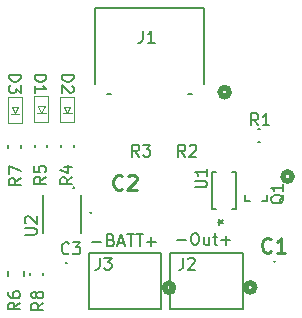
<source format=gbr>
%TF.GenerationSoftware,KiCad,Pcbnew,7.0.10-1.fc38*%
%TF.CreationDate,2024-02-18T19:40:33+00:00*%
%TF.ProjectId,usbc_power_supply_2,75736263-5f70-46f7-9765-725f73757070,rev?*%
%TF.SameCoordinates,Original*%
%TF.FileFunction,Legend,Top*%
%TF.FilePolarity,Positive*%
%FSLAX46Y46*%
G04 Gerber Fmt 4.6, Leading zero omitted, Abs format (unit mm)*
G04 Created by KiCad (PCBNEW 7.0.10-1.fc38) date 2024-02-18 19:40:33*
%MOMM*%
%LPD*%
G01*
G04 APERTURE LIST*
%ADD10C,0.150000*%
%ADD11C,0.200000*%
%ADD12C,0.254000*%
%ADD13C,0.508000*%
%ADD14C,0.152400*%
%ADD15C,0.100000*%
%ADD16C,0.050000*%
G04 APERTURE END LIST*
D10*
X114906779Y-118858866D02*
X115668684Y-118858866D01*
X116335350Y-118239819D02*
X116525826Y-118239819D01*
X116525826Y-118239819D02*
X116621064Y-118287438D01*
X116621064Y-118287438D02*
X116716302Y-118382676D01*
X116716302Y-118382676D02*
X116763921Y-118573152D01*
X116763921Y-118573152D02*
X116763921Y-118906485D01*
X116763921Y-118906485D02*
X116716302Y-119096961D01*
X116716302Y-119096961D02*
X116621064Y-119192200D01*
X116621064Y-119192200D02*
X116525826Y-119239819D01*
X116525826Y-119239819D02*
X116335350Y-119239819D01*
X116335350Y-119239819D02*
X116240112Y-119192200D01*
X116240112Y-119192200D02*
X116144874Y-119096961D01*
X116144874Y-119096961D02*
X116097255Y-118906485D01*
X116097255Y-118906485D02*
X116097255Y-118573152D01*
X116097255Y-118573152D02*
X116144874Y-118382676D01*
X116144874Y-118382676D02*
X116240112Y-118287438D01*
X116240112Y-118287438D02*
X116335350Y-118239819D01*
X117621064Y-118573152D02*
X117621064Y-119239819D01*
X117192493Y-118573152D02*
X117192493Y-119096961D01*
X117192493Y-119096961D02*
X117240112Y-119192200D01*
X117240112Y-119192200D02*
X117335350Y-119239819D01*
X117335350Y-119239819D02*
X117478207Y-119239819D01*
X117478207Y-119239819D02*
X117573445Y-119192200D01*
X117573445Y-119192200D02*
X117621064Y-119144580D01*
X117954398Y-118573152D02*
X118335350Y-118573152D01*
X118097255Y-118239819D02*
X118097255Y-119096961D01*
X118097255Y-119096961D02*
X118144874Y-119192200D01*
X118144874Y-119192200D02*
X118240112Y-119239819D01*
X118240112Y-119239819D02*
X118335350Y-119239819D01*
X118668684Y-118858866D02*
X119430589Y-118858866D01*
X119049636Y-119239819D02*
X119049636Y-118477914D01*
X107746779Y-118968866D02*
X108508684Y-118968866D01*
X109318207Y-118826009D02*
X109461064Y-118873628D01*
X109461064Y-118873628D02*
X109508683Y-118921247D01*
X109508683Y-118921247D02*
X109556302Y-119016485D01*
X109556302Y-119016485D02*
X109556302Y-119159342D01*
X109556302Y-119159342D02*
X109508683Y-119254580D01*
X109508683Y-119254580D02*
X109461064Y-119302200D01*
X109461064Y-119302200D02*
X109365826Y-119349819D01*
X109365826Y-119349819D02*
X108984874Y-119349819D01*
X108984874Y-119349819D02*
X108984874Y-118349819D01*
X108984874Y-118349819D02*
X109318207Y-118349819D01*
X109318207Y-118349819D02*
X109413445Y-118397438D01*
X109413445Y-118397438D02*
X109461064Y-118445057D01*
X109461064Y-118445057D02*
X109508683Y-118540295D01*
X109508683Y-118540295D02*
X109508683Y-118635533D01*
X109508683Y-118635533D02*
X109461064Y-118730771D01*
X109461064Y-118730771D02*
X109413445Y-118778390D01*
X109413445Y-118778390D02*
X109318207Y-118826009D01*
X109318207Y-118826009D02*
X108984874Y-118826009D01*
X109937255Y-119064104D02*
X110413445Y-119064104D01*
X109842017Y-119349819D02*
X110175350Y-118349819D01*
X110175350Y-118349819D02*
X110508683Y-119349819D01*
X110699160Y-118349819D02*
X111270588Y-118349819D01*
X110984874Y-119349819D02*
X110984874Y-118349819D01*
X111461065Y-118349819D02*
X112032493Y-118349819D01*
X111746779Y-119349819D02*
X111746779Y-118349819D01*
X112365827Y-118968866D02*
X113127732Y-118968866D01*
X112746779Y-119349819D02*
X112746779Y-118587914D01*
D11*
X105763333Y-119936980D02*
X105715714Y-119984600D01*
X105715714Y-119984600D02*
X105572857Y-120032219D01*
X105572857Y-120032219D02*
X105477619Y-120032219D01*
X105477619Y-120032219D02*
X105334762Y-119984600D01*
X105334762Y-119984600D02*
X105239524Y-119889361D01*
X105239524Y-119889361D02*
X105191905Y-119794123D01*
X105191905Y-119794123D02*
X105144286Y-119603647D01*
X105144286Y-119603647D02*
X105144286Y-119460790D01*
X105144286Y-119460790D02*
X105191905Y-119270314D01*
X105191905Y-119270314D02*
X105239524Y-119175076D01*
X105239524Y-119175076D02*
X105334762Y-119079838D01*
X105334762Y-119079838D02*
X105477619Y-119032219D01*
X105477619Y-119032219D02*
X105572857Y-119032219D01*
X105572857Y-119032219D02*
X105715714Y-119079838D01*
X105715714Y-119079838D02*
X105763333Y-119127457D01*
X106096667Y-119032219D02*
X106715714Y-119032219D01*
X106715714Y-119032219D02*
X106382381Y-119413171D01*
X106382381Y-119413171D02*
X106525238Y-119413171D01*
X106525238Y-119413171D02*
X106620476Y-119460790D01*
X106620476Y-119460790D02*
X106668095Y-119508409D01*
X106668095Y-119508409D02*
X106715714Y-119603647D01*
X106715714Y-119603647D02*
X106715714Y-119841742D01*
X106715714Y-119841742D02*
X106668095Y-119936980D01*
X106668095Y-119936980D02*
X106620476Y-119984600D01*
X106620476Y-119984600D02*
X106525238Y-120032219D01*
X106525238Y-120032219D02*
X106239524Y-120032219D01*
X106239524Y-120032219D02*
X106144286Y-119984600D01*
X106144286Y-119984600D02*
X106096667Y-119936980D01*
D10*
X115426666Y-120334819D02*
X115426666Y-121049104D01*
X115426666Y-121049104D02*
X115379047Y-121191961D01*
X115379047Y-121191961D02*
X115283809Y-121287200D01*
X115283809Y-121287200D02*
X115140952Y-121334819D01*
X115140952Y-121334819D02*
X115045714Y-121334819D01*
X115855238Y-120430057D02*
X115902857Y-120382438D01*
X115902857Y-120382438D02*
X115998095Y-120334819D01*
X115998095Y-120334819D02*
X116236190Y-120334819D01*
X116236190Y-120334819D02*
X116331428Y-120382438D01*
X116331428Y-120382438D02*
X116379047Y-120430057D01*
X116379047Y-120430057D02*
X116426666Y-120525295D01*
X116426666Y-120525295D02*
X116426666Y-120620533D01*
X116426666Y-120620533D02*
X116379047Y-120763390D01*
X116379047Y-120763390D02*
X115807619Y-121334819D01*
X115807619Y-121334819D02*
X116426666Y-121334819D01*
X102024819Y-118401904D02*
X102834342Y-118401904D01*
X102834342Y-118401904D02*
X102929580Y-118354285D01*
X102929580Y-118354285D02*
X102977200Y-118306666D01*
X102977200Y-118306666D02*
X103024819Y-118211428D01*
X103024819Y-118211428D02*
X103024819Y-118020952D01*
X103024819Y-118020952D02*
X102977200Y-117925714D01*
X102977200Y-117925714D02*
X102929580Y-117878095D01*
X102929580Y-117878095D02*
X102834342Y-117830476D01*
X102834342Y-117830476D02*
X102024819Y-117830476D01*
X102120057Y-117401904D02*
X102072438Y-117354285D01*
X102072438Y-117354285D02*
X102024819Y-117259047D01*
X102024819Y-117259047D02*
X102024819Y-117020952D01*
X102024819Y-117020952D02*
X102072438Y-116925714D01*
X102072438Y-116925714D02*
X102120057Y-116878095D01*
X102120057Y-116878095D02*
X102215295Y-116830476D01*
X102215295Y-116830476D02*
X102310533Y-116830476D01*
X102310533Y-116830476D02*
X102453390Y-116878095D01*
X102453390Y-116878095D02*
X103024819Y-117449523D01*
X103024819Y-117449523D02*
X103024819Y-116830476D01*
X116424819Y-114381904D02*
X117234342Y-114381904D01*
X117234342Y-114381904D02*
X117329580Y-114334285D01*
X117329580Y-114334285D02*
X117377200Y-114286666D01*
X117377200Y-114286666D02*
X117424819Y-114191428D01*
X117424819Y-114191428D02*
X117424819Y-114000952D01*
X117424819Y-114000952D02*
X117377200Y-113905714D01*
X117377200Y-113905714D02*
X117329580Y-113858095D01*
X117329580Y-113858095D02*
X117234342Y-113810476D01*
X117234342Y-113810476D02*
X116424819Y-113810476D01*
X117424819Y-112810476D02*
X117424819Y-113381904D01*
X117424819Y-113096190D02*
X116424819Y-113096190D01*
X116424819Y-113096190D02*
X116567676Y-113191428D01*
X116567676Y-113191428D02*
X116662914Y-113286666D01*
X116662914Y-113286666D02*
X116710533Y-113381904D01*
X118344819Y-117286999D02*
X118582914Y-117286999D01*
X118487676Y-117525094D02*
X118582914Y-117286999D01*
X118582914Y-117286999D02*
X118487676Y-117048904D01*
X118773390Y-117429856D02*
X118582914Y-117286999D01*
X118582914Y-117286999D02*
X118773390Y-117144142D01*
X118344819Y-117286999D02*
X118582914Y-117286999D01*
X118487676Y-117525094D02*
X118582914Y-117286999D01*
X118582914Y-117286999D02*
X118487676Y-117048904D01*
X118773390Y-117429856D02*
X118582914Y-117286999D01*
X118582914Y-117286999D02*
X118773390Y-117144142D01*
X103584819Y-124144465D02*
X103108628Y-124477798D01*
X103584819Y-124715893D02*
X102584819Y-124715893D01*
X102584819Y-124715893D02*
X102584819Y-124334941D01*
X102584819Y-124334941D02*
X102632438Y-124239703D01*
X102632438Y-124239703D02*
X102680057Y-124192084D01*
X102680057Y-124192084D02*
X102775295Y-124144465D01*
X102775295Y-124144465D02*
X102918152Y-124144465D01*
X102918152Y-124144465D02*
X103013390Y-124192084D01*
X103013390Y-124192084D02*
X103061009Y-124239703D01*
X103061009Y-124239703D02*
X103108628Y-124334941D01*
X103108628Y-124334941D02*
X103108628Y-124715893D01*
X103013390Y-123573036D02*
X102965771Y-123668274D01*
X102965771Y-123668274D02*
X102918152Y-123715893D01*
X102918152Y-123715893D02*
X102822914Y-123763512D01*
X102822914Y-123763512D02*
X102775295Y-123763512D01*
X102775295Y-123763512D02*
X102680057Y-123715893D01*
X102680057Y-123715893D02*
X102632438Y-123668274D01*
X102632438Y-123668274D02*
X102584819Y-123573036D01*
X102584819Y-123573036D02*
X102584819Y-123382560D01*
X102584819Y-123382560D02*
X102632438Y-123287322D01*
X102632438Y-123287322D02*
X102680057Y-123239703D01*
X102680057Y-123239703D02*
X102775295Y-123192084D01*
X102775295Y-123192084D02*
X102822914Y-123192084D01*
X102822914Y-123192084D02*
X102918152Y-123239703D01*
X102918152Y-123239703D02*
X102965771Y-123287322D01*
X102965771Y-123287322D02*
X103013390Y-123382560D01*
X103013390Y-123382560D02*
X103013390Y-123573036D01*
X103013390Y-123573036D02*
X103061009Y-123668274D01*
X103061009Y-123668274D02*
X103108628Y-123715893D01*
X103108628Y-123715893D02*
X103203866Y-123763512D01*
X103203866Y-123763512D02*
X103394342Y-123763512D01*
X103394342Y-123763512D02*
X103489580Y-123715893D01*
X103489580Y-123715893D02*
X103537200Y-123668274D01*
X103537200Y-123668274D02*
X103584819Y-123573036D01*
X103584819Y-123573036D02*
X103584819Y-123382560D01*
X103584819Y-123382560D02*
X103537200Y-123287322D01*
X103537200Y-123287322D02*
X103489580Y-123239703D01*
X103489580Y-123239703D02*
X103394342Y-123192084D01*
X103394342Y-123192084D02*
X103203866Y-123192084D01*
X103203866Y-123192084D02*
X103108628Y-123239703D01*
X103108628Y-123239703D02*
X103061009Y-123287322D01*
X103061009Y-123287322D02*
X103013390Y-123382560D01*
X101664819Y-113576666D02*
X101188628Y-113909999D01*
X101664819Y-114148094D02*
X100664819Y-114148094D01*
X100664819Y-114148094D02*
X100664819Y-113767142D01*
X100664819Y-113767142D02*
X100712438Y-113671904D01*
X100712438Y-113671904D02*
X100760057Y-113624285D01*
X100760057Y-113624285D02*
X100855295Y-113576666D01*
X100855295Y-113576666D02*
X100998152Y-113576666D01*
X100998152Y-113576666D02*
X101093390Y-113624285D01*
X101093390Y-113624285D02*
X101141009Y-113671904D01*
X101141009Y-113671904D02*
X101188628Y-113767142D01*
X101188628Y-113767142D02*
X101188628Y-114148094D01*
X100664819Y-113243332D02*
X100664819Y-112576666D01*
X100664819Y-112576666D02*
X101664819Y-113005237D01*
X101614819Y-124126666D02*
X101138628Y-124459999D01*
X101614819Y-124698094D02*
X100614819Y-124698094D01*
X100614819Y-124698094D02*
X100614819Y-124317142D01*
X100614819Y-124317142D02*
X100662438Y-124221904D01*
X100662438Y-124221904D02*
X100710057Y-124174285D01*
X100710057Y-124174285D02*
X100805295Y-124126666D01*
X100805295Y-124126666D02*
X100948152Y-124126666D01*
X100948152Y-124126666D02*
X101043390Y-124174285D01*
X101043390Y-124174285D02*
X101091009Y-124221904D01*
X101091009Y-124221904D02*
X101138628Y-124317142D01*
X101138628Y-124317142D02*
X101138628Y-124698094D01*
X100614819Y-123269523D02*
X100614819Y-123459999D01*
X100614819Y-123459999D02*
X100662438Y-123555237D01*
X100662438Y-123555237D02*
X100710057Y-123602856D01*
X100710057Y-123602856D02*
X100852914Y-123698094D01*
X100852914Y-123698094D02*
X101043390Y-123745713D01*
X101043390Y-123745713D02*
X101424342Y-123745713D01*
X101424342Y-123745713D02*
X101519580Y-123698094D01*
X101519580Y-123698094D02*
X101567200Y-123650475D01*
X101567200Y-123650475D02*
X101614819Y-123555237D01*
X101614819Y-123555237D02*
X101614819Y-123364761D01*
X101614819Y-123364761D02*
X101567200Y-123269523D01*
X101567200Y-123269523D02*
X101519580Y-123221904D01*
X101519580Y-123221904D02*
X101424342Y-123174285D01*
X101424342Y-123174285D02*
X101186247Y-123174285D01*
X101186247Y-123174285D02*
X101091009Y-123221904D01*
X101091009Y-123221904D02*
X101043390Y-123269523D01*
X101043390Y-123269523D02*
X100995771Y-123364761D01*
X100995771Y-123364761D02*
X100995771Y-123555237D01*
X100995771Y-123555237D02*
X101043390Y-123650475D01*
X101043390Y-123650475D02*
X101091009Y-123698094D01*
X101091009Y-123698094D02*
X101186247Y-123745713D01*
X103824819Y-113486666D02*
X103348628Y-113819999D01*
X103824819Y-114058094D02*
X102824819Y-114058094D01*
X102824819Y-114058094D02*
X102824819Y-113677142D01*
X102824819Y-113677142D02*
X102872438Y-113581904D01*
X102872438Y-113581904D02*
X102920057Y-113534285D01*
X102920057Y-113534285D02*
X103015295Y-113486666D01*
X103015295Y-113486666D02*
X103158152Y-113486666D01*
X103158152Y-113486666D02*
X103253390Y-113534285D01*
X103253390Y-113534285D02*
X103301009Y-113581904D01*
X103301009Y-113581904D02*
X103348628Y-113677142D01*
X103348628Y-113677142D02*
X103348628Y-114058094D01*
X102824819Y-112581904D02*
X102824819Y-113058094D01*
X102824819Y-113058094D02*
X103301009Y-113105713D01*
X103301009Y-113105713D02*
X103253390Y-113058094D01*
X103253390Y-113058094D02*
X103205771Y-112962856D01*
X103205771Y-112962856D02*
X103205771Y-112724761D01*
X103205771Y-112724761D02*
X103253390Y-112629523D01*
X103253390Y-112629523D02*
X103301009Y-112581904D01*
X103301009Y-112581904D02*
X103396247Y-112534285D01*
X103396247Y-112534285D02*
X103634342Y-112534285D01*
X103634342Y-112534285D02*
X103729580Y-112581904D01*
X103729580Y-112581904D02*
X103777200Y-112629523D01*
X103777200Y-112629523D02*
X103824819Y-112724761D01*
X103824819Y-112724761D02*
X103824819Y-112962856D01*
X103824819Y-112962856D02*
X103777200Y-113058094D01*
X103777200Y-113058094D02*
X103729580Y-113105713D01*
X106034819Y-113516666D02*
X105558628Y-113849999D01*
X106034819Y-114088094D02*
X105034819Y-114088094D01*
X105034819Y-114088094D02*
X105034819Y-113707142D01*
X105034819Y-113707142D02*
X105082438Y-113611904D01*
X105082438Y-113611904D02*
X105130057Y-113564285D01*
X105130057Y-113564285D02*
X105225295Y-113516666D01*
X105225295Y-113516666D02*
X105368152Y-113516666D01*
X105368152Y-113516666D02*
X105463390Y-113564285D01*
X105463390Y-113564285D02*
X105511009Y-113611904D01*
X105511009Y-113611904D02*
X105558628Y-113707142D01*
X105558628Y-113707142D02*
X105558628Y-114088094D01*
X105368152Y-112659523D02*
X106034819Y-112659523D01*
X104987200Y-112897618D02*
X105701485Y-113135713D01*
X105701485Y-113135713D02*
X105701485Y-112516666D01*
X111713333Y-111764819D02*
X111380000Y-111288628D01*
X111141905Y-111764819D02*
X111141905Y-110764819D01*
X111141905Y-110764819D02*
X111522857Y-110764819D01*
X111522857Y-110764819D02*
X111618095Y-110812438D01*
X111618095Y-110812438D02*
X111665714Y-110860057D01*
X111665714Y-110860057D02*
X111713333Y-110955295D01*
X111713333Y-110955295D02*
X111713333Y-111098152D01*
X111713333Y-111098152D02*
X111665714Y-111193390D01*
X111665714Y-111193390D02*
X111618095Y-111241009D01*
X111618095Y-111241009D02*
X111522857Y-111288628D01*
X111522857Y-111288628D02*
X111141905Y-111288628D01*
X112046667Y-110764819D02*
X112665714Y-110764819D01*
X112665714Y-110764819D02*
X112332381Y-111145771D01*
X112332381Y-111145771D02*
X112475238Y-111145771D01*
X112475238Y-111145771D02*
X112570476Y-111193390D01*
X112570476Y-111193390D02*
X112618095Y-111241009D01*
X112618095Y-111241009D02*
X112665714Y-111336247D01*
X112665714Y-111336247D02*
X112665714Y-111574342D01*
X112665714Y-111574342D02*
X112618095Y-111669580D01*
X112618095Y-111669580D02*
X112570476Y-111717200D01*
X112570476Y-111717200D02*
X112475238Y-111764819D01*
X112475238Y-111764819D02*
X112189524Y-111764819D01*
X112189524Y-111764819D02*
X112094286Y-111717200D01*
X112094286Y-111717200D02*
X112046667Y-111669580D01*
X115603333Y-111774819D02*
X115270000Y-111298628D01*
X115031905Y-111774819D02*
X115031905Y-110774819D01*
X115031905Y-110774819D02*
X115412857Y-110774819D01*
X115412857Y-110774819D02*
X115508095Y-110822438D01*
X115508095Y-110822438D02*
X115555714Y-110870057D01*
X115555714Y-110870057D02*
X115603333Y-110965295D01*
X115603333Y-110965295D02*
X115603333Y-111108152D01*
X115603333Y-111108152D02*
X115555714Y-111203390D01*
X115555714Y-111203390D02*
X115508095Y-111251009D01*
X115508095Y-111251009D02*
X115412857Y-111298628D01*
X115412857Y-111298628D02*
X115031905Y-111298628D01*
X115984286Y-110870057D02*
X116031905Y-110822438D01*
X116031905Y-110822438D02*
X116127143Y-110774819D01*
X116127143Y-110774819D02*
X116365238Y-110774819D01*
X116365238Y-110774819D02*
X116460476Y-110822438D01*
X116460476Y-110822438D02*
X116508095Y-110870057D01*
X116508095Y-110870057D02*
X116555714Y-110965295D01*
X116555714Y-110965295D02*
X116555714Y-111060533D01*
X116555714Y-111060533D02*
X116508095Y-111203390D01*
X116508095Y-111203390D02*
X115936667Y-111774819D01*
X115936667Y-111774819D02*
X116555714Y-111774819D01*
X121783333Y-109114819D02*
X121450000Y-108638628D01*
X121211905Y-109114819D02*
X121211905Y-108114819D01*
X121211905Y-108114819D02*
X121592857Y-108114819D01*
X121592857Y-108114819D02*
X121688095Y-108162438D01*
X121688095Y-108162438D02*
X121735714Y-108210057D01*
X121735714Y-108210057D02*
X121783333Y-108305295D01*
X121783333Y-108305295D02*
X121783333Y-108448152D01*
X121783333Y-108448152D02*
X121735714Y-108543390D01*
X121735714Y-108543390D02*
X121688095Y-108591009D01*
X121688095Y-108591009D02*
X121592857Y-108638628D01*
X121592857Y-108638628D02*
X121211905Y-108638628D01*
X122735714Y-109114819D02*
X122164286Y-109114819D01*
X122450000Y-109114819D02*
X122450000Y-108114819D01*
X122450000Y-108114819D02*
X122354762Y-108257676D01*
X122354762Y-108257676D02*
X122259524Y-108352914D01*
X122259524Y-108352914D02*
X122164286Y-108400533D01*
X123970057Y-115005238D02*
X123922438Y-115100476D01*
X123922438Y-115100476D02*
X123827200Y-115195714D01*
X123827200Y-115195714D02*
X123684342Y-115338571D01*
X123684342Y-115338571D02*
X123636723Y-115433809D01*
X123636723Y-115433809D02*
X123636723Y-115529047D01*
X123874819Y-115481428D02*
X123827200Y-115576666D01*
X123827200Y-115576666D02*
X123731961Y-115671904D01*
X123731961Y-115671904D02*
X123541485Y-115719523D01*
X123541485Y-115719523D02*
X123208152Y-115719523D01*
X123208152Y-115719523D02*
X123017676Y-115671904D01*
X123017676Y-115671904D02*
X122922438Y-115576666D01*
X122922438Y-115576666D02*
X122874819Y-115481428D01*
X122874819Y-115481428D02*
X122874819Y-115290952D01*
X122874819Y-115290952D02*
X122922438Y-115195714D01*
X122922438Y-115195714D02*
X123017676Y-115100476D01*
X123017676Y-115100476D02*
X123208152Y-115052857D01*
X123208152Y-115052857D02*
X123541485Y-115052857D01*
X123541485Y-115052857D02*
X123731961Y-115100476D01*
X123731961Y-115100476D02*
X123827200Y-115195714D01*
X123827200Y-115195714D02*
X123874819Y-115290952D01*
X123874819Y-115290952D02*
X123874819Y-115481428D01*
X123874819Y-114100476D02*
X123874819Y-114671904D01*
X123874819Y-114386190D02*
X122874819Y-114386190D01*
X122874819Y-114386190D02*
X123017676Y-114481428D01*
X123017676Y-114481428D02*
X123112914Y-114576666D01*
X123112914Y-114576666D02*
X123160533Y-114671904D01*
X108376666Y-120334819D02*
X108376666Y-121049104D01*
X108376666Y-121049104D02*
X108329047Y-121191961D01*
X108329047Y-121191961D02*
X108233809Y-121287200D01*
X108233809Y-121287200D02*
X108090952Y-121334819D01*
X108090952Y-121334819D02*
X107995714Y-121334819D01*
X108757619Y-120334819D02*
X109376666Y-120334819D01*
X109376666Y-120334819D02*
X109043333Y-120715771D01*
X109043333Y-120715771D02*
X109186190Y-120715771D01*
X109186190Y-120715771D02*
X109281428Y-120763390D01*
X109281428Y-120763390D02*
X109329047Y-120811009D01*
X109329047Y-120811009D02*
X109376666Y-120906247D01*
X109376666Y-120906247D02*
X109376666Y-121144342D01*
X109376666Y-121144342D02*
X109329047Y-121239580D01*
X109329047Y-121239580D02*
X109281428Y-121287200D01*
X109281428Y-121287200D02*
X109186190Y-121334819D01*
X109186190Y-121334819D02*
X108900476Y-121334819D01*
X108900476Y-121334819D02*
X108805238Y-121287200D01*
X108805238Y-121287200D02*
X108757619Y-121239580D01*
X112026666Y-101114819D02*
X112026666Y-101829104D01*
X112026666Y-101829104D02*
X111979047Y-101971961D01*
X111979047Y-101971961D02*
X111883809Y-102067200D01*
X111883809Y-102067200D02*
X111740952Y-102114819D01*
X111740952Y-102114819D02*
X111645714Y-102114819D01*
X113026666Y-102114819D02*
X112455238Y-102114819D01*
X112740952Y-102114819D02*
X112740952Y-101114819D01*
X112740952Y-101114819D02*
X112645714Y-101257676D01*
X112645714Y-101257676D02*
X112550476Y-101352914D01*
X112550476Y-101352914D02*
X112455238Y-101400533D01*
X100695180Y-104841905D02*
X101695180Y-104841905D01*
X101695180Y-104841905D02*
X101695180Y-105080000D01*
X101695180Y-105080000D02*
X101647561Y-105222857D01*
X101647561Y-105222857D02*
X101552323Y-105318095D01*
X101552323Y-105318095D02*
X101457085Y-105365714D01*
X101457085Y-105365714D02*
X101266609Y-105413333D01*
X101266609Y-105413333D02*
X101123752Y-105413333D01*
X101123752Y-105413333D02*
X100933276Y-105365714D01*
X100933276Y-105365714D02*
X100838038Y-105318095D01*
X100838038Y-105318095D02*
X100742800Y-105222857D01*
X100742800Y-105222857D02*
X100695180Y-105080000D01*
X100695180Y-105080000D02*
X100695180Y-104841905D01*
X101695180Y-105746667D02*
X101695180Y-106365714D01*
X101695180Y-106365714D02*
X101314228Y-106032381D01*
X101314228Y-106032381D02*
X101314228Y-106175238D01*
X101314228Y-106175238D02*
X101266609Y-106270476D01*
X101266609Y-106270476D02*
X101218990Y-106318095D01*
X101218990Y-106318095D02*
X101123752Y-106365714D01*
X101123752Y-106365714D02*
X100885657Y-106365714D01*
X100885657Y-106365714D02*
X100790419Y-106318095D01*
X100790419Y-106318095D02*
X100742800Y-106270476D01*
X100742800Y-106270476D02*
X100695180Y-106175238D01*
X100695180Y-106175238D02*
X100695180Y-105889524D01*
X100695180Y-105889524D02*
X100742800Y-105794286D01*
X100742800Y-105794286D02*
X100790419Y-105746667D01*
X105155180Y-104841905D02*
X106155180Y-104841905D01*
X106155180Y-104841905D02*
X106155180Y-105080000D01*
X106155180Y-105080000D02*
X106107561Y-105222857D01*
X106107561Y-105222857D02*
X106012323Y-105318095D01*
X106012323Y-105318095D02*
X105917085Y-105365714D01*
X105917085Y-105365714D02*
X105726609Y-105413333D01*
X105726609Y-105413333D02*
X105583752Y-105413333D01*
X105583752Y-105413333D02*
X105393276Y-105365714D01*
X105393276Y-105365714D02*
X105298038Y-105318095D01*
X105298038Y-105318095D02*
X105202800Y-105222857D01*
X105202800Y-105222857D02*
X105155180Y-105080000D01*
X105155180Y-105080000D02*
X105155180Y-104841905D01*
X106059942Y-105794286D02*
X106107561Y-105841905D01*
X106107561Y-105841905D02*
X106155180Y-105937143D01*
X106155180Y-105937143D02*
X106155180Y-106175238D01*
X106155180Y-106175238D02*
X106107561Y-106270476D01*
X106107561Y-106270476D02*
X106059942Y-106318095D01*
X106059942Y-106318095D02*
X105964704Y-106365714D01*
X105964704Y-106365714D02*
X105869466Y-106365714D01*
X105869466Y-106365714D02*
X105726609Y-106318095D01*
X105726609Y-106318095D02*
X105155180Y-105746667D01*
X105155180Y-105746667D02*
X105155180Y-106365714D01*
X102855180Y-104841905D02*
X103855180Y-104841905D01*
X103855180Y-104841905D02*
X103855180Y-105080000D01*
X103855180Y-105080000D02*
X103807561Y-105222857D01*
X103807561Y-105222857D02*
X103712323Y-105318095D01*
X103712323Y-105318095D02*
X103617085Y-105365714D01*
X103617085Y-105365714D02*
X103426609Y-105413333D01*
X103426609Y-105413333D02*
X103283752Y-105413333D01*
X103283752Y-105413333D02*
X103093276Y-105365714D01*
X103093276Y-105365714D02*
X102998038Y-105318095D01*
X102998038Y-105318095D02*
X102902800Y-105222857D01*
X102902800Y-105222857D02*
X102855180Y-105080000D01*
X102855180Y-105080000D02*
X102855180Y-104841905D01*
X102855180Y-106365714D02*
X102855180Y-105794286D01*
X102855180Y-106080000D02*
X103855180Y-106080000D01*
X103855180Y-106080000D02*
X103712323Y-105984762D01*
X103712323Y-105984762D02*
X103617085Y-105889524D01*
X103617085Y-105889524D02*
X103569466Y-105794286D01*
D12*
X110298333Y-114473365D02*
X110237857Y-114533842D01*
X110237857Y-114533842D02*
X110056428Y-114594318D01*
X110056428Y-114594318D02*
X109935476Y-114594318D01*
X109935476Y-114594318D02*
X109754047Y-114533842D01*
X109754047Y-114533842D02*
X109633095Y-114412889D01*
X109633095Y-114412889D02*
X109572618Y-114291937D01*
X109572618Y-114291937D02*
X109512142Y-114050032D01*
X109512142Y-114050032D02*
X109512142Y-113868603D01*
X109512142Y-113868603D02*
X109572618Y-113626699D01*
X109572618Y-113626699D02*
X109633095Y-113505746D01*
X109633095Y-113505746D02*
X109754047Y-113384794D01*
X109754047Y-113384794D02*
X109935476Y-113324318D01*
X109935476Y-113324318D02*
X110056428Y-113324318D01*
X110056428Y-113324318D02*
X110237857Y-113384794D01*
X110237857Y-113384794D02*
X110298333Y-113445270D01*
X110782142Y-113445270D02*
X110842618Y-113384794D01*
X110842618Y-113384794D02*
X110963571Y-113324318D01*
X110963571Y-113324318D02*
X111265952Y-113324318D01*
X111265952Y-113324318D02*
X111386904Y-113384794D01*
X111386904Y-113384794D02*
X111447380Y-113445270D01*
X111447380Y-113445270D02*
X111507857Y-113566222D01*
X111507857Y-113566222D02*
X111507857Y-113687175D01*
X111507857Y-113687175D02*
X111447380Y-113868603D01*
X111447380Y-113868603D02*
X110721666Y-114594318D01*
X110721666Y-114594318D02*
X111507857Y-114594318D01*
X122888333Y-119793365D02*
X122827857Y-119853842D01*
X122827857Y-119853842D02*
X122646428Y-119914318D01*
X122646428Y-119914318D02*
X122525476Y-119914318D01*
X122525476Y-119914318D02*
X122344047Y-119853842D01*
X122344047Y-119853842D02*
X122223095Y-119732889D01*
X122223095Y-119732889D02*
X122162618Y-119611937D01*
X122162618Y-119611937D02*
X122102142Y-119370032D01*
X122102142Y-119370032D02*
X122102142Y-119188603D01*
X122102142Y-119188603D02*
X122162618Y-118946699D01*
X122162618Y-118946699D02*
X122223095Y-118825746D01*
X122223095Y-118825746D02*
X122344047Y-118704794D01*
X122344047Y-118704794D02*
X122525476Y-118644318D01*
X122525476Y-118644318D02*
X122646428Y-118644318D01*
X122646428Y-118644318D02*
X122827857Y-118704794D01*
X122827857Y-118704794D02*
X122888333Y-118765270D01*
X124097857Y-119914318D02*
X123372142Y-119914318D01*
X123734999Y-119914318D02*
X123734999Y-118644318D01*
X123734999Y-118644318D02*
X123614047Y-118825746D01*
X123614047Y-118825746D02*
X123493095Y-118946699D01*
X123493095Y-118946699D02*
X123372142Y-119007175D01*
D11*
%TO.C,C3*%
X105590000Y-120800000D02*
G75*
G03*
X105490000Y-120800000I-50000J0D01*
G01*
X105490000Y-120800000D02*
G75*
G03*
X105590000Y-120800000I50000J0D01*
G01*
D13*
%TO.C,J2*%
X121496000Y-122845100D02*
G75*
G03*
X120734000Y-122845100I-381000J0D01*
G01*
X120734000Y-122845100D02*
G75*
G03*
X121496000Y-122845100I381000J0D01*
G01*
D14*
X114333200Y-124667901D02*
X120480000Y-124667901D01*
X120480000Y-124667901D02*
X120480000Y-119918101D01*
X120480000Y-119918101D02*
X114333200Y-119918101D01*
X114333200Y-119918101D02*
X114333200Y-124667901D01*
%TO.C,U2*%
X106233827Y-114466860D02*
G75*
G03*
X106086171Y-114466860I-73828J18860D01*
G01*
X103534399Y-114977400D02*
X103534399Y-118228600D01*
X106785599Y-118228600D02*
X106785599Y-114977400D01*
%TO.C,U1*%
X119918700Y-116169400D02*
X119918700Y-113070600D01*
X119918700Y-113070600D02*
X119603740Y-113070600D01*
X117861300Y-113070600D02*
X117861300Y-116169400D01*
X117861300Y-116169400D02*
X118176260Y-116169400D01*
X119603740Y-116169400D02*
X119918700Y-116169400D01*
X118176260Y-113070600D02*
X117861300Y-113070600D01*
%TO.C,R8*%
X102503001Y-121615350D02*
X102503001Y-121800248D01*
X103556999Y-121800248D02*
X103556999Y-121615350D01*
%TO.C,R7*%
X101666999Y-111012449D02*
X101666999Y-110827551D01*
X100613001Y-110827551D02*
X100613001Y-111012449D01*
%TO.C,R6*%
X100642300Y-121426950D02*
X100642300Y-121853250D01*
X101937700Y-121853250D02*
X101937700Y-121426950D01*
%TO.C,R5*%
X102873001Y-110789752D02*
X102873001Y-110974650D01*
X103926999Y-110974650D02*
X103926999Y-110789752D01*
%TO.C,R4*%
X105103001Y-110799752D02*
X105103001Y-110984650D01*
X106156999Y-110984650D02*
X106156999Y-110799752D01*
%TO.C,R1*%
X121767551Y-110516999D02*
X121952449Y-110516999D01*
X121952449Y-109463001D02*
X121767551Y-109463001D01*
%TO.C,Q1*%
X122499500Y-115525898D02*
X122499500Y-115051765D01*
X122069998Y-115525898D02*
X122499500Y-115525898D01*
X120670700Y-115525898D02*
X121100202Y-115525898D01*
X120670700Y-115051765D02*
X120670700Y-115525898D01*
D13*
X124658500Y-113457500D02*
G75*
G03*
X123896500Y-113457500I-381000J0D01*
G01*
X123896500Y-113457500D02*
G75*
G03*
X124658500Y-113457500I381000J0D01*
G01*
D14*
%TO.C,J3*%
X107453200Y-119948101D02*
X107453200Y-124697901D01*
X113600000Y-119948101D02*
X107453200Y-119948101D01*
X113600000Y-124697901D02*
X113600000Y-119948101D01*
X107453200Y-124697901D02*
X113600000Y-124697901D01*
D13*
X114616000Y-122875100D02*
G75*
G03*
X113854000Y-122875100I-381000J0D01*
G01*
X113854000Y-122875100D02*
G75*
G03*
X114616000Y-122875100I381000J0D01*
G01*
D14*
%TO.C,J1*%
X115809137Y-106437000D02*
X116187653Y-106437000D01*
X117167402Y-105652372D02*
X117167402Y-99223400D01*
X108952351Y-106437000D02*
X109330867Y-106437000D01*
X107972602Y-99223400D02*
X107972602Y-105652372D01*
X117167402Y-99223400D02*
X107972602Y-99223400D01*
D13*
X119326402Y-106310000D02*
G75*
G03*
X118564402Y-106310000I-381000J0D01*
G01*
X118564402Y-106310000D02*
G75*
G03*
X119326402Y-106310000I381000J0D01*
G01*
D15*
%TO.C,D3*%
X101790000Y-106710000D02*
X100590000Y-106710000D01*
X100590000Y-106710000D02*
X100590000Y-108910000D01*
X100590000Y-108910000D02*
X101790000Y-108910000D01*
X101790000Y-108910000D02*
X101790000Y-106710000D01*
D16*
X101565000Y-108135000D02*
X100840000Y-108135000D01*
D15*
X101190000Y-108110000D02*
X101465000Y-107560000D01*
X100915000Y-107560000D02*
X101190000Y-108110000D01*
X101465000Y-107560000D02*
X100915000Y-107560000D01*
%TO.C,D2*%
X105885000Y-107530000D02*
X105335000Y-107530000D01*
X105335000Y-107530000D02*
X105610000Y-108080000D01*
X105610000Y-108080000D02*
X105885000Y-107530000D01*
D16*
X105985000Y-108105000D02*
X105260000Y-108105000D01*
D15*
X106210000Y-106680000D02*
X105010000Y-106680000D01*
X105010000Y-106680000D02*
X105010000Y-108880000D01*
X105010000Y-108880000D02*
X106210000Y-108880000D01*
X106210000Y-108880000D02*
X106210000Y-106680000D01*
%TO.C,D1*%
X104020000Y-106670000D02*
X102820000Y-106670000D01*
X102820000Y-106670000D02*
X102820000Y-108870000D01*
X102820000Y-108870000D02*
X104020000Y-108870000D01*
X104020000Y-108870000D02*
X104020000Y-106670000D01*
D16*
X103795000Y-108095000D02*
X103070000Y-108095000D01*
D15*
X103420000Y-108070000D02*
X103695000Y-107520000D01*
X103145000Y-107520000D02*
X103420000Y-108070000D01*
X103695000Y-107520000D02*
X103145000Y-107520000D01*
D11*
%TO.C,C2*%
X107660000Y-116520000D02*
G75*
G03*
X107560000Y-116520000I-50000J0D01*
G01*
X107560000Y-116520000D02*
G75*
G03*
X107660000Y-116520000I50000J0D01*
G01*
%TO.C,C1*%
X123200000Y-120650000D02*
G75*
G03*
X123100000Y-120650000I-50000J0D01*
G01*
X123100000Y-120650000D02*
G75*
G03*
X123200000Y-120650000I50000J0D01*
G01*
%TD*%
M02*

</source>
